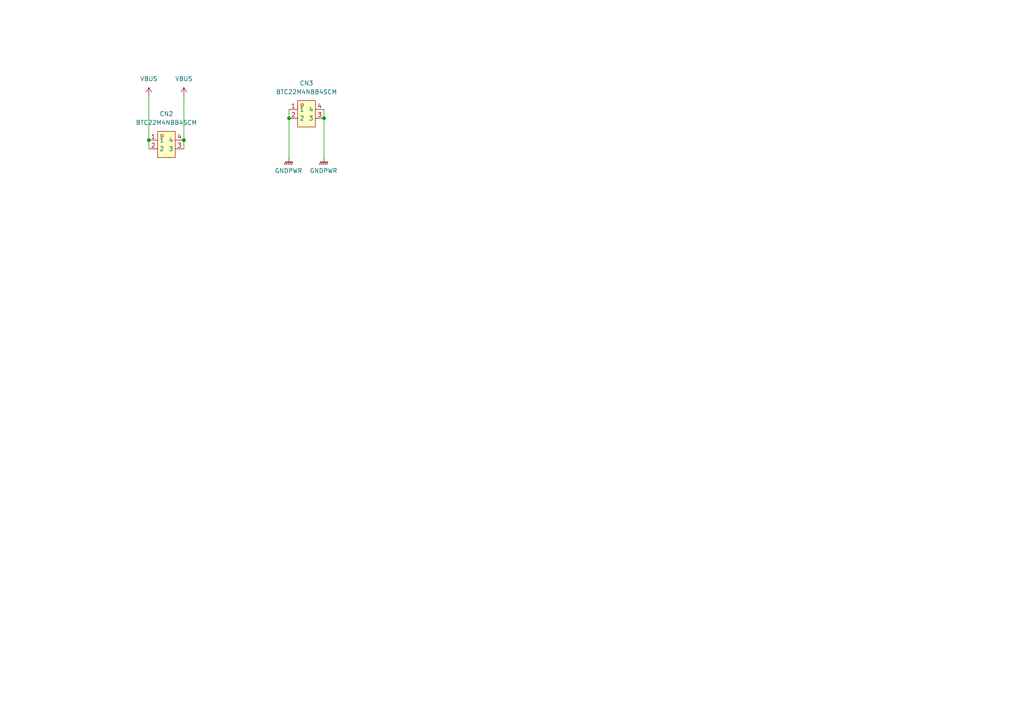
<source format=kicad_sch>
(kicad_sch (version 20250114) (generator "eeschema") (generator_version "9.0")
  (paper "A4")
  (lib_symbols
    (symbol "power:GNDPWR" (power) (pin_numbers (hide yes)) (pin_names (offset 0) (hide yes))
      (property "Value" "GNDPWR" (at 0 -3.302 0))
      (symbol "GNDPWR_0_1"
        (polyline (pts (xy -1.016 -1.27) (xy -1.27 -2.032) (xy -1.27 -2.032)) (stroke (width 0.2032)))
        (polyline (pts (xy -0.508 -1.27) (xy -0.762 -2.032) (xy -0.762 -2.032)) (stroke (width 0.2032)))
        (polyline (pts (xy 0 -1.27) (xy 0 0)))
        (polyline (pts (xy 0 -1.27) (xy -0.254 -2.032) (xy -0.254 -2.032)) (stroke (width 0.2032)))
        (polyline (pts (xy 0.508 -1.27) (xy 0.254 -2.032) (xy 0.254 -2.032)) (stroke (width 0.2032)))
        (polyline (pts (xy 1.016 -1.27) (xy -1.016 -1.27) (xy -1.016 -1.27)) (stroke (width 0.2032)))
        (polyline (pts (xy 1.016 -1.27) (xy 0.762 -2.032) (xy 0.762 -2.032) (xy 0.762 -2.032)) (stroke (width 0.2032)))
      )
      (symbol "GNDPWR_1_1"
        (pin power_in line (at 0 0 270) (length 0) (name "~") (number "1"))
      )
    )
    (symbol "power:VBUS" (power) (pin_numbers (hide yes)) (pin_names (offset 0) (hide yes))
      (property "Value" "VBUS" (at 0 3.556 0))
      (symbol "VBUS_0_1"
        (polyline (pts (xy -0.762 1.27) (xy 0 2.54)))
        (polyline (pts (xy 0 2.54) (xy 0.762 1.27)))
        (polyline (pts (xy 0 0) (xy 0 2.54)))
      )
      (symbol "VBUS_1_1"
        (pin power_in line (at 0 0 90) (length 0) (name "~") (number "1"))
      )
    )
    (symbol "programmable-load-library:BTC22M4NBB4SCM"
      (property "Reference" "CN" (at 0 6.35 0))
      (property "Value" "BTC22M4NBB4SCM" (at 0 -6.35 0))
      (symbol "BTC22M4NBB4SCM_0_1"
        (rectangle (start -2.54 3.81) (end 2.54 -3.81) (fill (type background)))
        (circle (center -1.27 2.54) (radius 0.38))
        (pin unspecified line (at -5.08 1.27 0) (length 2.54) (name "1") (number "1"))
        (pin unspecified line (at -5.08 -1.27 0) (length 2.54) (name "2") (number "2"))
        (pin unspecified line (at 5.08 1.27 180) (length 2.54) (name "4") (number "4"))
        (pin unspecified line (at 5.08 -1.27 180) (length 2.54) (name "3") (number "3"))
      )
    )
  )
  (junction (at 83.82 34.29))
  (junction (at 53.34 40.64))
  (junction (at 43.18 40.64))
  (junction (at 93.98 34.29))
  (wire (pts (xy 83.82 31.75) (xy 83.82 34.29)))
  (wire (pts (xy 83.82 34.29) (xy 83.82 45.72)))
  (wire (pts (xy 93.98 34.29) (xy 93.98 45.72)))
  (wire (pts (xy 53.34 40.64) (xy 53.34 43.18)))
  (wire (pts (xy 53.34 27.94) (xy 53.34 40.64)))
  (wire (pts (xy 43.18 27.94) (xy 43.18 40.64)))
  (wire (pts (xy 43.18 40.64) (xy 43.18 43.18)))
  (wire (pts (xy 93.98 31.75) (xy 93.98 34.29)))
  (symbol (lib_id "power:GNDPWR") (at 93.98 45.72 0) (unit 1)
    (property "Reference" "#PWR0120" (effects (hide yes)))
    (property "Value" "GNDPWR" (at 93.853 49.53 0))
    (property "Description" "Power symbol creates a global label with name \"GNDPWR\" , global ground" (effects (hide yes)))
  )
  (symbol (lib_id "power:GNDPWR") (at 83.82 45.72 0) (unit 1)
    (property "Reference" "#PWR0119" (effects (hide yes)))
    (property "Value" "GNDPWR" (at 83.693 49.53 0))
    (property "Description" "Power symbol creates a global label with name \"GNDPWR\" , global ground" (effects (hide yes)))
  )
  (symbol (lib_id "power:VBUS") (at 53.34 27.94 0) (unit 1)
    (property "Reference" "#PWR0122" (effects (hide yes)))
    (property "Value" "VBUS" (at 53.34 22.86 0))
    (property "Description" "Power symbol creates a global label with name \"VBUS\"" (effects (hide yes)))
  )
  (symbol (lib_id "programmable-load-library:BTC22M4NBB4SCM") (at 48.26 41.91 0) (unit 1)
    (property "Reference" "CN2" (at 48.26 33.02 0))
    (property "Value" "BTC22M4NBB4SCM" (at 48.26 35.56 0))
    (property "Footprint" "programmable-load-library:CONN-SMD_L10.8-W10.0-LS17.4" (effects (hide yes)))
    (property "LCSC Part" "C41421478" (effects (hide yes)))
  )
  (symbol (lib_id "power:VBUS") (at 43.18 27.94 0) (unit 1)
    (property "Reference" "#PWR0121" (effects (hide yes)))
    (property "Value" "VBUS" (at 43.18 22.86 0))
    (property "Description" "Power symbol creates a global label with name \"VBUS\"" (effects (hide yes)))
  )
  (symbol (lib_id "programmable-load-library:BTC22M4NBB4SCM") (at 88.9 33.02 0) (unit 1)
    (property "Reference" "CN3" (at 88.9 24.13 0))
    (property "Value" "BTC22M4NBB4SCM" (at 88.9 26.67 0))
    (property "Footprint" "programmable-load-library:CONN-SMD_L10.8-W10.0-LS17.4" (effects (hide yes)))
    (property "LCSC Part" "C41421478" (effects (hide yes)))
  )
)
</source>
